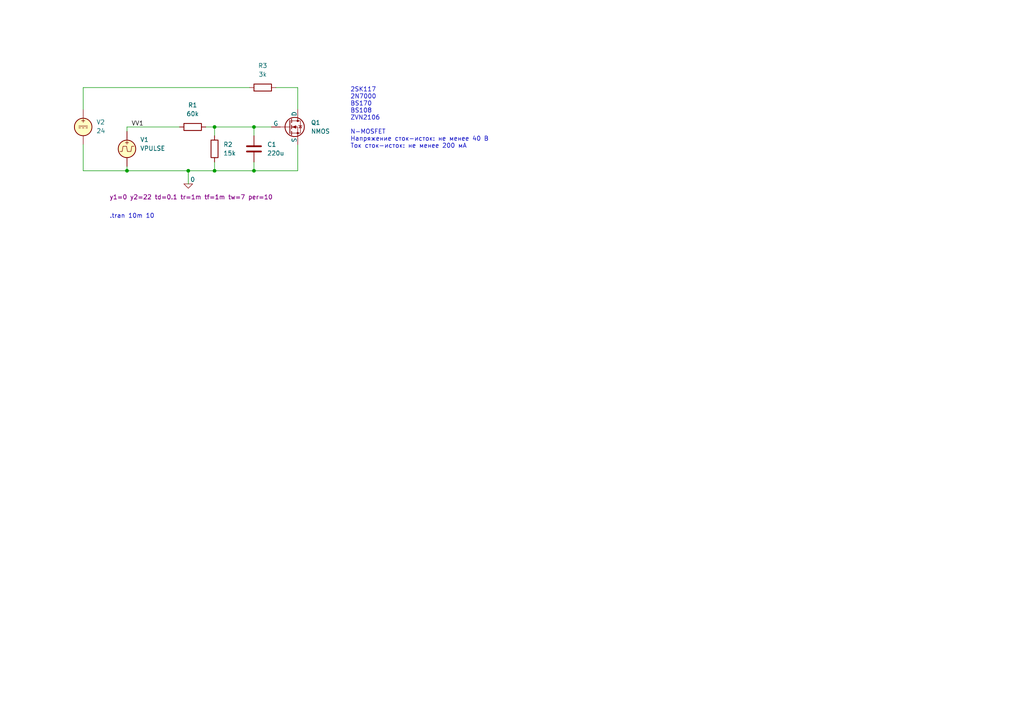
<source format=kicad_sch>
(kicad_sch (version 20231120) (generator "eeschema") (generator_version "8.0")
  (paper "A4")
  (lib_symbols
    (symbol "Device:C" (pin_numbers hide) (pin_names (offset 0.254))
      (property "Reference" "C" (at 0.635 2.54 0))
      (property "Value" "C" (at 0.635 -2.54 0))
      (symbol "C_0_1"
        (polyline (pts (xy -2.032 -0.762) (xy 2.032 -0.762)) (stroke (width 0.508)))
        (polyline (pts (xy -2.032 0.762) (xy 2.032 0.762)) (stroke (width 0.508)))
      )
      (symbol "C_1_1"
        (pin passive line (at 0 3.81 270) (length 2.794) (name "~") (number "1"))
        (pin passive line (at 0 -3.81 90) (length 2.794) (name "~") (number "2"))
      )
    )
    (symbol "Device:R" (pin_numbers hide) (pin_names (offset 0))
      (property "Reference" "R" (at 2.032 0 90))
      (property "Value" "R" (at 0 0 90))
      (symbol "R_0_1"
        (rectangle (start -1.016 -2.54) (end 1.016 2.54) (stroke (width 0.254)))
      )
      (symbol "R_1_1"
        (pin passive line (at 0 3.81 270) (length 1.27) (name "~") (number "1"))
        (pin passive line (at 0 -3.81 90) (length 1.27) (name "~") (number "2"))
      )
    )
    (symbol "Simulation_SPICE:0" (power) (pin_names (offset 0))
      (property "Value" "0" (at 0 -1.778 0))
      (symbol "0_0_1"
        (polyline (pts (xy -1.27 0) (xy 0 -1.27) (xy 1.27 0) (xy -1.27 0)))
      )
      (symbol "0_1_1"
        (pin power_in line (at 0 0 0) (length 0) hide (name "0") (number "1"))
      )
    )
    (symbol "Simulation_SPICE:NMOS" (pin_numbers hide) (pin_names (offset 0))
      (property "Reference" "Q" (at 5.08 1.27 0))
      (property "Value" "NMOS" (at 5.08 -1.27 0))
      (symbol "NMOS_0_1"
        (polyline (pts (xy 0.254 0) (xy -2.54 0)))
        (polyline (pts (xy 0.254 1.905) (xy 0.254 -1.905)) (stroke (width 0.254)))
        (polyline (pts (xy 0.762 -1.27) (xy 0.762 -2.286)) (stroke (width 0.254)))
        (polyline (pts (xy 0.762 0.508) (xy 0.762 -0.508)) (stroke (width 0.254)))
        (polyline (pts (xy 0.762 2.286) (xy 0.762 1.27)) (stroke (width 0.254)))
        (polyline (pts (xy 2.54 2.54) (xy 2.54 1.778)))
        (polyline (pts (xy 2.54 -2.54) (xy 2.54 0) (xy 0.762 0)))
        (polyline (pts (xy 0.762 -1.778) (xy 3.302 -1.778) (xy 3.302 1.778) (xy 0.762 1.778)))
        (polyline (pts (xy 1.016 0) (xy 2.032 0.381) (xy 2.032 -0.381) (xy 1.016 0)) (fill (type outline)))
        (polyline (pts (xy 2.794 0.508) (xy 2.921 0.381) (xy 3.683 0.381) (xy 3.81 0.254)))
        (polyline (pts (xy 3.302 0.381) (xy 2.921 -0.254) (xy 3.683 -0.254) (xy 3.302 0.381)))
        (circle (center 1.651 0) (radius 2.794) (stroke (width 0.254)))
        (circle (center 2.54 -1.778) (radius 0.254) (fill (type outline)))
        (circle (center 2.54 1.778) (radius 0.254) (fill (type outline)))
      )
      (symbol "NMOS_1_1"
        (pin passive line (at 2.54 5.08 270) (length 2.54) (name "D") (number "1"))
        (pin input line (at -5.08 0 0) (length 2.54) (name "G") (number "2"))
        (pin passive line (at 2.54 -5.08 90) (length 2.54) (name "S") (number "3"))
      )
    )
    (symbol "Simulation_SPICE:VDC" (pin_numbers hide) (pin_names (offset 0.0254))
      (property "Reference" "V" (at 2.54 2.54 0))
      (property "Value" "1" (at 2.54 0 0))
      (symbol "VDC_0_0"
        (polyline (pts (xy -1.27 0.254) (xy 1.27 0.254)))
        (polyline (pts (xy -0.762 -0.254) (xy -1.27 -0.254)))
        (polyline (pts (xy 0.254 -0.254) (xy -0.254 -0.254)))
        (polyline (pts (xy 1.27 -0.254) (xy 0.762 -0.254)))
        (text "+" (at 0 1.905 0) (effects (font (size 1.27 1.27))))
      )
      (symbol "VDC_0_1"
        (circle (center 0 0) (radius 2.54) (stroke (width 0.254)) (fill (type background)))
      )
      (symbol "VDC_1_1"
        (pin passive line (at 0 5.08 270) (length 2.54) (name "~") (number "1"))
        (pin passive line (at 0 -5.08 90) (length 2.54) (name "~") (number "2"))
      )
    )
    (symbol "Simulation_SPICE:VPULSE" (pin_numbers hide) (pin_names (offset 0.0254))
      (property "Reference" "V" (at 2.54 2.54 0))
      (property "Value" "VPULSE" (at 2.54 0 0))
      (property "Sim.Params" "y1=0 y2=1 td=2n tr=2n tf=2n tw=50n per=100n" (at 2.54 -2.54 0))
      (symbol "VPULSE_0_0"
        (polyline (pts (xy -2.032 -0.762) (xy -1.397 -0.762) (xy -1.143 0.762) (xy -0.127 0.762) (xy 0.127 -0.762) (xy 1.143 -0.762) (xy 1.397 0.762) (xy 2.032 0.762)))
        (text "+" (at 0 1.905 0) (effects (font (size 1.27 1.27))))
      )
      (symbol "VPULSE_0_1"
        (circle (center 0 0) (radius 2.54) (stroke (width 0.254)) (fill (type background)))
      )
      (symbol "VPULSE_1_1"
        (pin passive line (at 0 5.08 270) (length 2.54) (name "~") (number "1"))
        (pin passive line (at 0 -5.08 90) (length 2.54) (name "~") (number "2"))
      )
    )
  )
  (junction (at 73.66 49.53))
  (junction (at 54.61 49.53))
  (junction (at 73.66 36.83))
  (junction (at 62.23 49.53))
  (junction (at 62.23 36.83))
  (junction (at 36.83 49.53))
  (wire (pts (xy 73.66 36.83) (xy 78.74 36.83)))
  (wire (pts (xy 62.23 39.37) (xy 62.23 36.83)))
  (wire (pts (xy 36.83 49.53) (xy 36.83 48.26)))
  (wire (pts (xy 54.61 53.34) (xy 54.61 49.53)))
  (wire (pts (xy 54.61 49.53) (xy 62.23 49.53)))
  (wire (pts (xy 62.23 36.83) (xy 73.66 36.83)))
  (wire (pts (xy 24.13 31.75) (xy 24.13 25.4)))
  (wire (pts (xy 59.69 36.83) (xy 62.23 36.83)))
  (wire (pts (xy 62.23 49.53) (xy 73.66 49.53)))
  (wire (pts (xy 24.13 49.53) (xy 36.83 49.53)))
  (wire (pts (xy 86.36 41.91) (xy 86.36 49.53)))
  (wire (pts (xy 73.66 36.83) (xy 73.66 39.37)))
  (wire (pts (xy 24.13 41.91) (xy 24.13 49.53)))
  (wire (pts (xy 24.13 25.4) (xy 72.39 25.4)))
  (wire (pts (xy 80.01 25.4) (xy 86.36 25.4)))
  (wire (pts (xy 73.66 46.99) (xy 73.66 49.53)))
  (wire (pts (xy 86.36 25.4) (xy 86.36 31.75)))
  (wire (pts (xy 62.23 46.99) (xy 62.23 49.53)))
  (wire (pts (xy 36.83 36.83) (xy 52.07 36.83)))
  (wire (pts (xy 36.83 49.53) (xy 54.61 49.53)))
  (wire (pts (xy 36.83 36.83) (xy 36.83 38.1)))
  (wire (pts (xy 73.66 49.53) (xy 86.36 49.53)))
  (text ".tran 10m 10" (at 31.75 63.5 0) (effects (font (size 1.27 1.27)) (justify left bottom)))
  (text "2SK117\n2N7000\nBS170\nBS108\nZVN2106\n\nN-MOSFET\nНапряжение сток-исток: не менее 40 В\nТок сток-исток: не менее 200 мА" (at 101.6 43.18 0) (effects (font (size 1.27 1.27)) (justify left bottom)))
  (label "VV1" (at 38.1 36.83 0))
  (symbol (lib_id "Device:R") (at 55.88 36.83 90) (unit 1)
    (property "Reference" "R1" (at 55.88 30.48 90))
    (property "Value" "60k" (at 55.88 33.02 90))
  )
  (symbol (lib_id "Simulation_SPICE:0") (at 54.61 53.34 0) (unit 1)
    (property "Reference" "#GND01" (effects (hide yes)))
    (property "Value" "0" (at 55.88 52.07 0))
  )
  (symbol (lib_id "Device:R") (at 76.2 25.4 90) (unit 1)
    (property "Reference" "R3" (at 76.2 19.05 90))
    (property "Value" "3k" (at 76.2 21.59 90))
  )
  (symbol (lib_id "Simulation_SPICE:NMOS") (at 83.82 36.83 0) (unit 1)
    (property "Reference" "Q1" (at 90.17 35.56 0) (effects (justify left)))
    (property "Value" "NMOS" (at 90.17 38.1 0) (effects (justify left)))
    (property "Datasheet" "https://ngspice.sourceforge.io/docs/ngspice-manual.pdf" (effects (hide yes)))
    (property "Sim.Library" "bs170.lib" (effects (hide yes)))
    (property "Sim.Name" "BS170" (effects (hide yes)))
    (property "Sim.Device" "NMOS" (effects (hide yes)))
    (property "Sim.Type" "VDMOS" (effects (hide yes)))
    (property "Sim.Pins" "1=D 2=G 3=S" (effects (hide yes)))
  )
  (symbol (lib_id "Simulation_SPICE:VPULSE") (at 36.83 43.18 0) (unit 1)
    (property "Reference" "V1" (at 40.64 40.5102 0) (effects (justify left)))
    (property "Value" "VPULSE" (at 40.64 43.0502 0) (effects (justify left)))
    (property "Sim.Pins" "1=+ 2=-" (effects (hide yes)))
    (property "Sim.Type" "PULSE" (effects (hide yes)))
    (property "Sim.Device" "V" (effects (hide yes)))
    (property "Sim.Params" "y1=0 y2=22 td=0.1 tr=1m tf=1m tw=7 per=10" (at 31.75 57.15 0) (effects (justify left)))
  )
  (symbol (lib_id "Device:R") (at 62.23 43.18 180) (unit 1)
    (property "Reference" "R2" (at 64.77 41.91 0) (effects (justify right)))
    (property "Value" "15k" (at 64.77 44.45 0) (effects (justify right)))
  )
  (symbol (lib_id "Simulation_SPICE:VDC") (at 24.13 36.83 0) (unit 1)
    (property "Reference" "V2" (at 27.94 35.4302 0) (effects (justify left)))
    (property "Value" "24" (at 27.94 37.9702 0) (effects (justify left)))
    (property "Sim.Pins" "1=+ 2=-" (effects (hide yes)))
    (property "Sim.Type" "DC" (effects (hide yes)))
    (property "Sim.Device" "V" (effects (hide yes)))
  )
  (symbol (lib_id "Device:C") (at 73.66 43.18 0) (unit 1)
    (property "Reference" "C1" (at 77.47 41.91 0) (effects (justify left)))
    (property "Value" "220u" (at 77.47 44.45 0) (effects (justify left)))
  )
)
</source>
